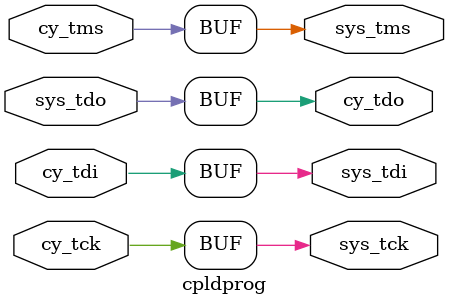
<source format=v>
`timescale 1ns / 1ps

module cpldprog(
    output sys_tck,
    output sys_tms,
    output sys_tdi,
    input sys_tdo,
    input cy_tck,
    input cy_tms,
    input cy_tdi,
    output cy_tdo
    );

assign sys_tck = cy_tck;
assign sys_tms = cy_tms;
assign sys_tdi = cy_tdi;
assign cy_tdo = sys_tdo;

endmodule

</source>
